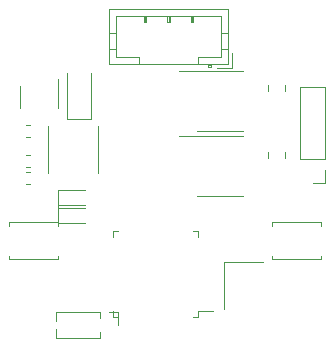
<source format=gbr>
%TF.GenerationSoftware,KiCad,Pcbnew,(5.1.6)-1*%
%TF.CreationDate,2023-12-18T11:35:21+08:00*%
%TF.ProjectId,stepper_motor,73746570-7065-4725-9f6d-6f746f722e6b,1*%
%TF.SameCoordinates,PX6979f40PYa1135a0*%
%TF.FileFunction,Legend,Top*%
%TF.FilePolarity,Positive*%
%FSLAX46Y46*%
G04 Gerber Fmt 4.6, Leading zero omitted, Abs format (unit mm)*
G04 Created by KiCad (PCBNEW (5.1.6)-1) date 2023-12-18 11:35:21*
%MOMM*%
%LPD*%
G01*
G04 APERTURE LIST*
%ADD10C,0.120000*%
G04 APERTURE END LIST*
D10*
%TO.C,J2*%
X10031000Y2380000D02*
X10031000Y1270000D01*
X9271000Y2380000D02*
X10031000Y2380000D01*
X8511000Y706529D02*
X8511000Y160000D01*
X8511000Y2380000D02*
X8511000Y1833471D01*
X8511000Y160000D02*
X4766000Y160000D01*
X8511000Y2380000D02*
X4766000Y2380000D01*
X4766000Y962470D02*
X4766000Y160000D01*
X4766000Y2380000D02*
X4766000Y1577530D01*
%TO.C,Y1*%
X18987500Y6635500D02*
X18987500Y2635500D01*
X22287500Y6635500D02*
X18987500Y6635500D01*
%TO.C,D3*%
X5731000Y18705000D02*
X5731000Y22605000D01*
X7731000Y18705000D02*
X7731000Y22605000D01*
X5731000Y18705000D02*
X7731000Y18705000D01*
%TO.C,U5*%
X1774000Y21468000D02*
X1774000Y19668000D01*
X4994000Y19668000D02*
X4994000Y22118000D01*
%TO.C,U4*%
X18669000Y12172000D02*
X20619000Y12172000D01*
X18669000Y12172000D02*
X16719000Y12172000D01*
X18669000Y17292000D02*
X20619000Y17292000D01*
X18669000Y17292000D02*
X15219000Y17292000D01*
%TO.C,U3*%
X18667000Y17686000D02*
X20617000Y17686000D01*
X18667000Y17686000D02*
X16717000Y17686000D01*
X18667000Y22806000D02*
X20617000Y22806000D01*
X18667000Y22806000D02*
X15217000Y22806000D01*
%TO.C,U2*%
X10048000Y9198000D02*
X9598000Y9198000D01*
X9598000Y9198000D02*
X9598000Y8748000D01*
X16368000Y9198000D02*
X16818000Y9198000D01*
X16818000Y9198000D02*
X16818000Y8748000D01*
X10048000Y1978000D02*
X9598000Y1978000D01*
X9598000Y1978000D02*
X9598000Y2428000D01*
X16368000Y1978000D02*
X16818000Y1978000D01*
X16818000Y1978000D02*
X16818000Y2428000D01*
X16818000Y2428000D02*
X18108000Y2428000D01*
%TO.C,SW3*%
X792000Y6812000D02*
X792000Y7112000D01*
X4932000Y9952000D02*
X4932000Y9652000D01*
X4932000Y7112000D02*
X4932000Y6812000D01*
X792000Y9952000D02*
X4932000Y9952000D01*
X792000Y9652000D02*
X792000Y9952000D01*
X4932000Y6812000D02*
X792000Y6812000D01*
%TO.C,SW2*%
X27216000Y9952000D02*
X27216000Y9652000D01*
X23076000Y6812000D02*
X23076000Y7112000D01*
X23076000Y9652000D02*
X23076000Y9952000D01*
X27216000Y6812000D02*
X23076000Y6812000D01*
X27216000Y7112000D02*
X27216000Y6812000D01*
X23076000Y9952000D02*
X27216000Y9952000D01*
%TO.C,R11*%
X24205000Y15362422D02*
X24205000Y15879578D01*
X22785000Y15362422D02*
X22785000Y15879578D01*
%TO.C,R10*%
X24205000Y21077422D02*
X24205000Y21594578D01*
X22785000Y21077422D02*
X22785000Y21594578D01*
%TO.C,L1*%
X4123000Y18129000D02*
X4123000Y14129000D01*
X8323000Y18129000D02*
X8323000Y14129000D01*
%TO.C,J3*%
X27603000Y13291000D02*
X26543000Y13291000D01*
X27603000Y14351000D02*
X27603000Y13291000D01*
X27603000Y15351000D02*
X25483000Y15351000D01*
X25483000Y15351000D02*
X25483000Y21411000D01*
X27603000Y15351000D02*
X27603000Y21411000D01*
X27603000Y21411000D02*
X25483000Y21411000D01*
%TO.C,J1*%
X19695500Y23036000D02*
X19695500Y24286000D01*
X18445500Y23036000D02*
X19695500Y23036000D01*
X12335500Y27446000D02*
X12335500Y26946000D01*
X12235500Y26946000D02*
X12235500Y27446000D01*
X12435500Y26946000D02*
X12235500Y26946000D01*
X12435500Y27446000D02*
X12435500Y26946000D01*
X14335500Y27446000D02*
X14335500Y26946000D01*
X14235500Y26946000D02*
X14235500Y27446000D01*
X14435500Y26946000D02*
X14235500Y26946000D01*
X14435500Y27446000D02*
X14435500Y26946000D01*
X16335500Y27446000D02*
X16335500Y26946000D01*
X16235500Y26946000D02*
X16235500Y27446000D01*
X16435500Y26946000D02*
X16235500Y26946000D01*
X16435500Y27446000D02*
X16435500Y26946000D01*
X9275500Y25946000D02*
X9885500Y25946000D01*
X9275500Y24646000D02*
X9885500Y24646000D01*
X19395500Y25946000D02*
X18785500Y25946000D01*
X19395500Y24646000D02*
X18785500Y24646000D01*
X11835500Y23946000D02*
X11835500Y23336000D01*
X9885500Y23946000D02*
X11835500Y23946000D01*
X9885500Y27446000D02*
X9885500Y23946000D01*
X18785500Y27446000D02*
X9885500Y27446000D01*
X18785500Y23946000D02*
X18785500Y27446000D01*
X16835500Y23946000D02*
X18785500Y23946000D01*
X16835500Y23336000D02*
X16835500Y23946000D01*
X17635500Y23236000D02*
X17935500Y23236000D01*
X17935500Y23136000D02*
X17935500Y23336000D01*
X17635500Y23136000D02*
X17935500Y23136000D01*
X17635500Y23336000D02*
X17635500Y23136000D01*
X9275500Y23336000D02*
X19395500Y23336000D01*
X9275500Y28056000D02*
X9275500Y23336000D01*
X19395500Y28056000D02*
X9275500Y28056000D01*
X19395500Y23336000D02*
X19395500Y28056000D01*
%TO.C,D2*%
X4928500Y11203000D02*
X7213500Y11203000D01*
X4928500Y12673000D02*
X4928500Y11203000D01*
X7213500Y12673000D02*
X4928500Y12673000D01*
%TO.C,D1*%
X4928500Y9933000D02*
X7213500Y9933000D01*
X4928500Y11403000D02*
X4928500Y9933000D01*
X7213500Y11403000D02*
X4928500Y11403000D01*
%TO.C,C27*%
X2250221Y13206000D02*
X2575779Y13206000D01*
X2250221Y14226000D02*
X2575779Y14226000D01*
%TO.C,C26*%
X2250221Y14603000D02*
X2575779Y14603000D01*
X2250221Y15623000D02*
X2575779Y15623000D01*
%TO.C,C25*%
X2250221Y17143000D02*
X2575779Y17143000D01*
X2250221Y18163000D02*
X2575779Y18163000D01*
%TD*%
M02*

</source>
